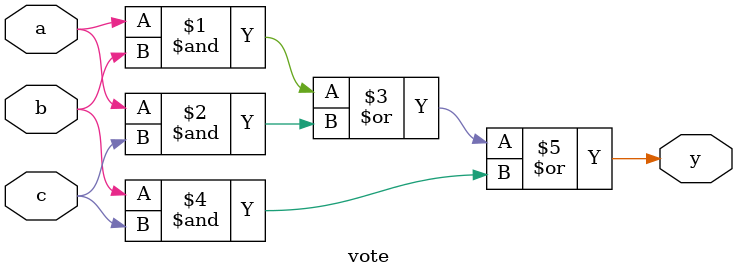
<source format=v>


module vote(
input a,b,c,
output y
    );
    assign y=(a&b)|(a&c)|(b&c);
endmodule

</source>
